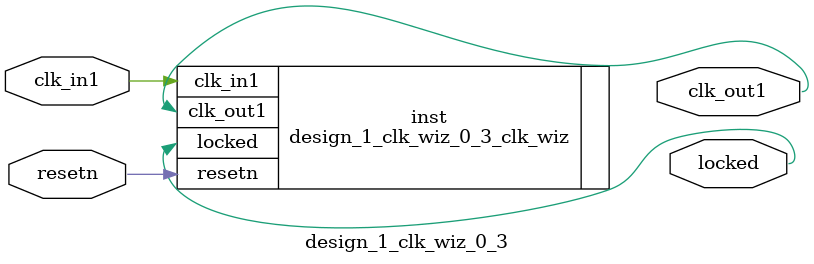
<source format=v>


`timescale 1ps/1ps

(* CORE_GENERATION_INFO = "design_1_clk_wiz_0_3,clk_wiz_v6_0_6_0_0,{component_name=design_1_clk_wiz_0_3,use_phase_alignment=true,use_min_o_jitter=false,use_max_i_jitter=false,use_dyn_phase_shift=false,use_inclk_switchover=false,use_dyn_reconfig=false,enable_axi=0,feedback_source=FDBK_AUTO,PRIMITIVE=MMCM,num_out_clk=1,clkin1_period=10.000,clkin2_period=10.000,use_power_down=false,use_reset=true,use_locked=true,use_inclk_stopped=false,feedback_type=SINGLE,CLOCK_MGR_TYPE=NA,manual_override=false}" *)

module design_1_clk_wiz_0_3 
 (
  // Clock out ports
  output        clk_out1,
  // Status and control signals
  input         resetn,
  output        locked,
 // Clock in ports
  input         clk_in1
 );

  design_1_clk_wiz_0_3_clk_wiz inst
  (
  // Clock out ports  
  .clk_out1(clk_out1),
  // Status and control signals               
  .resetn(resetn), 
  .locked(locked),
 // Clock in ports
  .clk_in1(clk_in1)
  );

endmodule

</source>
